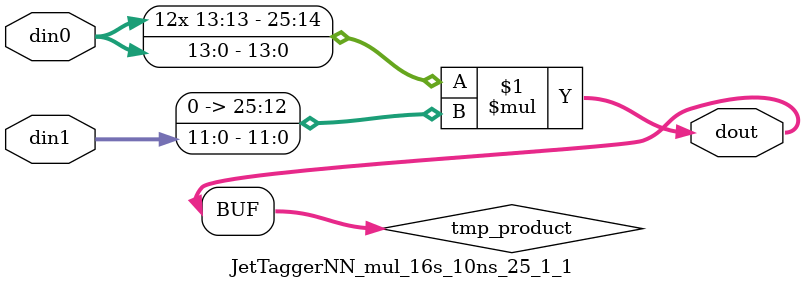
<source format=v>

`timescale 1 ns / 1 ps

  module JetTaggerNN_mul_16s_10ns_25_1_1(din0, din1, dout);
parameter ID = 1;
parameter NUM_STAGE = 0;
parameter din0_WIDTH = 14;
parameter din1_WIDTH = 12;
parameter dout_WIDTH = 26;

input [din0_WIDTH - 1 : 0] din0; 
input [din1_WIDTH - 1 : 0] din1; 
output [dout_WIDTH - 1 : 0] dout;

wire signed [dout_WIDTH - 1 : 0] tmp_product;












assign tmp_product = $signed(din0) * $signed({1'b0, din1});









assign dout = tmp_product;







endmodule

</source>
